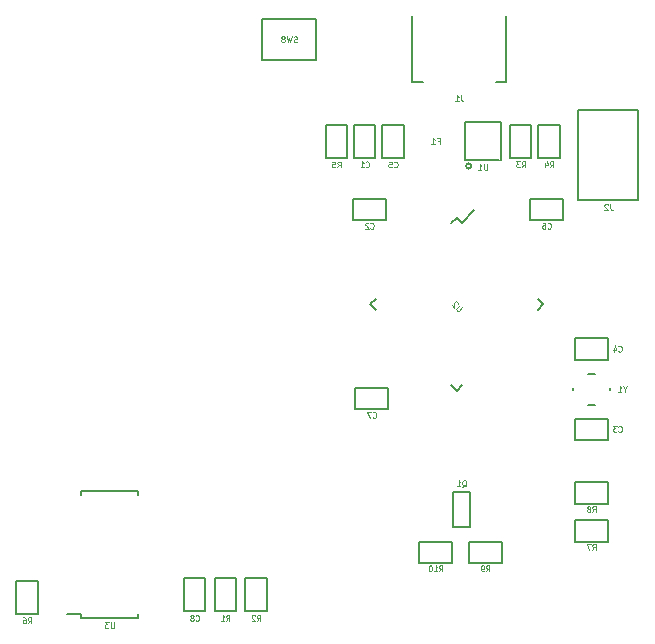
<source format=gbr>
G04 #@! TF.GenerationSoftware,KiCad,Pcbnew,(5.1.0)-1*
G04 #@! TF.CreationDate,2019-05-21T18:44:38+09:00*
G04 #@! TF.ProjectId,sunmeishi,73756e6d-6569-4736-9869-2e6b69636164,rev?*
G04 #@! TF.SameCoordinates,Original*
G04 #@! TF.FileFunction,Legend,Bot*
G04 #@! TF.FilePolarity,Positive*
%FSLAX46Y46*%
G04 Gerber Fmt 4.6, Leading zero omitted, Abs format (unit mm)*
G04 Created by KiCad (PCBNEW (5.1.0)-1) date 2019-05-21 18:44:38*
%MOMM*%
%LPD*%
G04 APERTURE LIST*
%ADD10C,0.150000*%
%ADD11C,0.127000*%
%ADD12C,0.100000*%
%ADD13C,0.114300*%
G04 APERTURE END LIST*
D10*
X171000000Y-75600000D02*
X171000000Y-70000000D01*
X171900000Y-75600000D02*
X171000000Y-75600000D01*
X179000000Y-75600000D02*
X179000000Y-70000000D01*
X179000000Y-75600000D02*
X178100000Y-75600000D01*
D11*
X174498960Y-110298860D02*
X174498960Y-113301140D01*
X174498960Y-113301140D02*
X175901040Y-113301140D01*
X175901040Y-113301140D02*
X175901040Y-110298860D01*
X175901040Y-110298860D02*
X174498960Y-110298860D01*
X183499160Y-81999540D02*
X181700840Y-81999540D01*
X181700840Y-81999540D02*
X181700840Y-79200460D01*
X181700840Y-79200460D02*
X183499160Y-79200460D01*
X183499160Y-79200460D02*
X183499160Y-81999540D01*
D10*
X158300000Y-73700000D02*
X162900000Y-73700000D01*
X162900000Y-73700000D02*
X162900000Y-70300000D01*
X162900000Y-70300000D02*
X158300000Y-70300000D01*
X158300000Y-70300000D02*
X158300000Y-73700000D01*
X190170000Y-77990000D02*
X185090000Y-77990000D01*
X185090000Y-77990000D02*
X185090000Y-85610000D01*
X185090000Y-85610000D02*
X190170000Y-85610000D01*
X190170000Y-85610000D02*
X190170000Y-77990000D01*
D11*
X166100840Y-81999540D02*
X166100840Y-79200460D01*
X167899160Y-81999540D02*
X166100840Y-81999540D01*
X167899160Y-79200460D02*
X167899160Y-81999540D01*
X166100840Y-79200460D02*
X167899160Y-79200460D01*
X166000460Y-85500840D02*
X168799540Y-85500840D01*
X166000460Y-87299160D02*
X166000460Y-85500840D01*
X168799540Y-87299160D02*
X166000460Y-87299160D01*
X168799540Y-85500840D02*
X168799540Y-87299160D01*
X184800460Y-104100840D02*
X187599540Y-104100840D01*
X184800460Y-105899160D02*
X184800460Y-104100840D01*
X187599540Y-105899160D02*
X184800460Y-105899160D01*
X187599540Y-104100840D02*
X187599540Y-105899160D01*
X184800460Y-99099160D02*
X184800460Y-97300840D01*
X184800460Y-97300840D02*
X187599540Y-97300840D01*
X187599540Y-97300840D02*
X187599540Y-99099160D01*
X187599540Y-99099160D02*
X184800460Y-99099160D01*
X168500840Y-79200460D02*
X170299160Y-79200460D01*
X170299160Y-79200460D02*
X170299160Y-81999540D01*
X170299160Y-81999540D02*
X168500840Y-81999540D01*
X168500840Y-81999540D02*
X168500840Y-79200460D01*
X183799540Y-85500840D02*
X183799540Y-87299160D01*
X183799540Y-87299160D02*
X181000460Y-87299160D01*
X181000460Y-87299160D02*
X181000460Y-85500840D01*
X181000460Y-85500840D02*
X183799540Y-85500840D01*
X166200460Y-101500840D02*
X168999540Y-101500840D01*
X166200460Y-103299160D02*
X166200460Y-101500840D01*
X168999540Y-103299160D02*
X166200460Y-103299160D01*
X168999540Y-101500840D02*
X168999540Y-103299160D01*
X153499160Y-120399540D02*
X151700840Y-120399540D01*
X151700840Y-120399540D02*
X151700840Y-117600460D01*
X151700840Y-117600460D02*
X153499160Y-117600460D01*
X153499160Y-117600460D02*
X153499160Y-120399540D01*
X156099160Y-120399540D02*
X154300840Y-120399540D01*
X154300840Y-120399540D02*
X154300840Y-117600460D01*
X154300840Y-117600460D02*
X156099160Y-117600460D01*
X156099160Y-117600460D02*
X156099160Y-120399540D01*
X158699160Y-117600460D02*
X158699160Y-120399540D01*
X156900840Y-117600460D02*
X158699160Y-117600460D01*
X156900840Y-120399540D02*
X156900840Y-117600460D01*
X158699160Y-120399540D02*
X156900840Y-120399540D01*
X181099160Y-81999540D02*
X179300840Y-81999540D01*
X179300840Y-81999540D02*
X179300840Y-79200460D01*
X179300840Y-79200460D02*
X181099160Y-79200460D01*
X181099160Y-79200460D02*
X181099160Y-81999540D01*
X163700840Y-79200460D02*
X165499160Y-79200460D01*
X165499160Y-79200460D02*
X165499160Y-81999540D01*
X165499160Y-81999540D02*
X163700840Y-81999540D01*
X163700840Y-81999540D02*
X163700840Y-79200460D01*
X137500840Y-120599540D02*
X137500840Y-117800460D01*
X139299160Y-120599540D02*
X137500840Y-120599540D01*
X139299160Y-117800460D02*
X139299160Y-120599540D01*
X137500840Y-117800460D02*
X139299160Y-117800460D01*
X184800460Y-112700840D02*
X187599540Y-112700840D01*
X184800460Y-114499160D02*
X184800460Y-112700840D01*
X187599540Y-114499160D02*
X184800460Y-114499160D01*
X187599540Y-112700840D02*
X187599540Y-114499160D01*
X184800460Y-109500840D02*
X187599540Y-109500840D01*
X184800460Y-111299160D02*
X184800460Y-109500840D01*
X187599540Y-111299160D02*
X184800460Y-111299160D01*
X187599540Y-109500840D02*
X187599540Y-111299160D01*
D10*
X176023607Y-82700000D02*
G75*
G03X176023607Y-82700000I-223607J0D01*
G01*
X178500000Y-82200000D02*
X178500000Y-79000000D01*
X178500000Y-79000000D02*
X175500000Y-79000000D01*
X175500000Y-79000000D02*
X175500000Y-82200000D01*
X175500000Y-82200000D02*
X178400000Y-82200000D01*
X174800000Y-87081445D02*
X175224264Y-87505709D01*
X167481445Y-94400000D02*
X167955206Y-94873762D01*
X174800000Y-101718555D02*
X174326238Y-101244794D01*
X182118555Y-94400000D02*
X181644794Y-93926238D01*
X174800000Y-87081445D02*
X174326238Y-87555206D01*
X182118555Y-94400000D02*
X181644794Y-94873762D01*
X174800000Y-101718555D02*
X175273762Y-101244794D01*
X167481445Y-94400000D02*
X167955206Y-93926238D01*
X175224264Y-87505709D02*
X176267247Y-86462726D01*
X143000000Y-110200000D02*
X143000000Y-110600000D01*
X147800000Y-110600000D02*
X147800000Y-110200000D01*
X147800000Y-110200000D02*
X143000000Y-110200000D01*
X147800000Y-120600000D02*
X147800000Y-120800000D01*
X147800000Y-120800000D02*
X147800000Y-121000000D01*
X147800000Y-121000000D02*
X143000000Y-121000000D01*
X143000000Y-121000000D02*
X143000000Y-120600000D01*
X143000000Y-120600000D02*
X141800000Y-120600000D01*
X184600000Y-101500000D02*
X184600000Y-101700000D01*
X187800000Y-101500000D02*
X187800000Y-101700000D01*
X186500000Y-102900000D02*
X185900000Y-102900000D01*
X186500000Y-100300000D02*
X185900000Y-100300000D01*
D11*
X175800460Y-114500840D02*
X178599540Y-114500840D01*
X175800460Y-116299160D02*
X175800460Y-114500840D01*
X178599540Y-116299160D02*
X175800460Y-116299160D01*
X178599540Y-114500840D02*
X178599540Y-116299160D01*
X171600460Y-116299160D02*
X171600460Y-114500840D01*
X171600460Y-114500840D02*
X174399540Y-114500840D01*
X174399540Y-114500840D02*
X174399540Y-116299160D01*
X174399540Y-116299160D02*
X171600460Y-116299160D01*
D12*
X175166666Y-76726190D02*
X175166666Y-77083333D01*
X175190476Y-77154761D01*
X175238095Y-77202380D01*
X175309523Y-77226190D01*
X175357142Y-77226190D01*
X174666666Y-77226190D02*
X174952380Y-77226190D01*
X174809523Y-77226190D02*
X174809523Y-76726190D01*
X174857142Y-76797619D01*
X174904761Y-76845238D01*
X174952380Y-76869047D01*
X175247619Y-109873809D02*
X175295238Y-109850000D01*
X175342857Y-109802380D01*
X175414285Y-109730952D01*
X175461904Y-109707142D01*
X175509523Y-109707142D01*
X175485714Y-109826190D02*
X175533333Y-109802380D01*
X175580952Y-109754761D01*
X175604761Y-109659523D01*
X175604761Y-109492857D01*
X175580952Y-109397619D01*
X175533333Y-109350000D01*
X175485714Y-109326190D01*
X175390476Y-109326190D01*
X175342857Y-109350000D01*
X175295238Y-109397619D01*
X175271428Y-109492857D01*
X175271428Y-109659523D01*
X175295238Y-109754761D01*
X175342857Y-109802380D01*
X175390476Y-109826190D01*
X175485714Y-109826190D01*
X174795238Y-109826190D02*
X175080952Y-109826190D01*
X174938095Y-109826190D02*
X174938095Y-109326190D01*
X174985714Y-109397619D01*
X175033333Y-109445238D01*
X175080952Y-109469047D01*
D13*
X182676200Y-82829809D02*
X182828600Y-82587904D01*
X182937457Y-82829809D02*
X182937457Y-82321809D01*
X182763285Y-82321809D01*
X182719742Y-82346000D01*
X182697971Y-82370190D01*
X182676200Y-82418571D01*
X182676200Y-82491142D01*
X182697971Y-82539523D01*
X182719742Y-82563714D01*
X182763285Y-82587904D01*
X182937457Y-82587904D01*
X182284314Y-82491142D02*
X182284314Y-82829809D01*
X182393171Y-82297619D02*
X182502028Y-82660476D01*
X182219000Y-82660476D01*
D12*
X161266666Y-72202380D02*
X161195238Y-72226190D01*
X161076190Y-72226190D01*
X161028571Y-72202380D01*
X161004761Y-72178571D01*
X160980952Y-72130952D01*
X160980952Y-72083333D01*
X161004761Y-72035714D01*
X161028571Y-72011904D01*
X161076190Y-71988095D01*
X161171428Y-71964285D01*
X161219047Y-71940476D01*
X161242857Y-71916666D01*
X161266666Y-71869047D01*
X161266666Y-71821428D01*
X161242857Y-71773809D01*
X161219047Y-71750000D01*
X161171428Y-71726190D01*
X161052380Y-71726190D01*
X160980952Y-71750000D01*
X160814285Y-71726190D02*
X160695238Y-72226190D01*
X160600000Y-71869047D01*
X160504761Y-72226190D01*
X160385714Y-71726190D01*
X160123809Y-71940476D02*
X160171428Y-71916666D01*
X160195238Y-71892857D01*
X160219047Y-71845238D01*
X160219047Y-71821428D01*
X160195238Y-71773809D01*
X160171428Y-71750000D01*
X160123809Y-71726190D01*
X160028571Y-71726190D01*
X159980952Y-71750000D01*
X159957142Y-71773809D01*
X159933333Y-71821428D01*
X159933333Y-71845238D01*
X159957142Y-71892857D01*
X159980952Y-71916666D01*
X160028571Y-71940476D01*
X160123809Y-71940476D01*
X160171428Y-71964285D01*
X160195238Y-71988095D01*
X160219047Y-72035714D01*
X160219047Y-72130952D01*
X160195238Y-72178571D01*
X160171428Y-72202380D01*
X160123809Y-72226190D01*
X160028571Y-72226190D01*
X159980952Y-72202380D01*
X159957142Y-72178571D01*
X159933333Y-72130952D01*
X159933333Y-72035714D01*
X159957142Y-71988095D01*
X159980952Y-71964285D01*
X160028571Y-71940476D01*
X187796666Y-85926190D02*
X187796666Y-86283333D01*
X187820476Y-86354761D01*
X187868095Y-86402380D01*
X187939523Y-86426190D01*
X187987142Y-86426190D01*
X187582380Y-85973809D02*
X187558571Y-85950000D01*
X187510952Y-85926190D01*
X187391904Y-85926190D01*
X187344285Y-85950000D01*
X187320476Y-85973809D01*
X187296666Y-86021428D01*
X187296666Y-86069047D01*
X187320476Y-86140476D01*
X187606190Y-86426190D01*
X187296666Y-86426190D01*
D13*
X167076200Y-82781428D02*
X167097971Y-82805619D01*
X167163285Y-82829809D01*
X167206828Y-82829809D01*
X167272142Y-82805619D01*
X167315685Y-82757238D01*
X167337457Y-82708857D01*
X167359228Y-82612095D01*
X167359228Y-82539523D01*
X167337457Y-82442761D01*
X167315685Y-82394380D01*
X167272142Y-82346000D01*
X167206828Y-82321809D01*
X167163285Y-82321809D01*
X167097971Y-82346000D01*
X167076200Y-82370190D01*
X166640771Y-82829809D02*
X166902028Y-82829809D01*
X166771400Y-82829809D02*
X166771400Y-82321809D01*
X166814942Y-82394380D01*
X166858485Y-82442761D01*
X166902028Y-82466952D01*
X167476200Y-87980968D02*
X167497971Y-88005159D01*
X167563285Y-88029349D01*
X167606828Y-88029349D01*
X167672142Y-88005159D01*
X167715685Y-87956778D01*
X167737457Y-87908397D01*
X167759228Y-87811635D01*
X167759228Y-87739063D01*
X167737457Y-87642301D01*
X167715685Y-87593920D01*
X167672142Y-87545540D01*
X167606828Y-87521349D01*
X167563285Y-87521349D01*
X167497971Y-87545540D01*
X167476200Y-87569730D01*
X167302028Y-87569730D02*
X167280257Y-87545540D01*
X167236714Y-87521349D01*
X167127857Y-87521349D01*
X167084314Y-87545540D01*
X167062542Y-87569730D01*
X167040771Y-87618111D01*
X167040771Y-87666492D01*
X167062542Y-87739063D01*
X167323800Y-88029349D01*
X167040771Y-88029349D01*
X188476200Y-105181428D02*
X188497971Y-105205619D01*
X188563285Y-105229809D01*
X188606828Y-105229809D01*
X188672142Y-105205619D01*
X188715685Y-105157238D01*
X188737457Y-105108857D01*
X188759228Y-105012095D01*
X188759228Y-104939523D01*
X188737457Y-104842761D01*
X188715685Y-104794380D01*
X188672142Y-104746000D01*
X188606828Y-104721809D01*
X188563285Y-104721809D01*
X188497971Y-104746000D01*
X188476200Y-104770190D01*
X188323800Y-104721809D02*
X188040771Y-104721809D01*
X188193171Y-104915333D01*
X188127857Y-104915333D01*
X188084314Y-104939523D01*
X188062542Y-104963714D01*
X188040771Y-105012095D01*
X188040771Y-105133047D01*
X188062542Y-105181428D01*
X188084314Y-105205619D01*
X188127857Y-105229809D01*
X188258485Y-105229809D01*
X188302028Y-105205619D01*
X188323800Y-105181428D01*
X188476200Y-98381428D02*
X188497971Y-98405619D01*
X188563285Y-98429809D01*
X188606828Y-98429809D01*
X188672142Y-98405619D01*
X188715685Y-98357238D01*
X188737457Y-98308857D01*
X188759228Y-98212095D01*
X188759228Y-98139523D01*
X188737457Y-98042761D01*
X188715685Y-97994380D01*
X188672142Y-97946000D01*
X188606828Y-97921809D01*
X188563285Y-97921809D01*
X188497971Y-97946000D01*
X188476200Y-97970190D01*
X188084314Y-98091142D02*
X188084314Y-98429809D01*
X188193171Y-97897619D02*
X188302028Y-98260476D01*
X188019000Y-98260476D01*
D12*
X169483333Y-82778571D02*
X169507142Y-82802380D01*
X169578571Y-82826190D01*
X169626190Y-82826190D01*
X169697619Y-82802380D01*
X169745238Y-82754761D01*
X169769047Y-82707142D01*
X169792857Y-82611904D01*
X169792857Y-82540476D01*
X169769047Y-82445238D01*
X169745238Y-82397619D01*
X169697619Y-82350000D01*
X169626190Y-82326190D01*
X169578571Y-82326190D01*
X169507142Y-82350000D01*
X169483333Y-82373809D01*
X169030952Y-82326190D02*
X169269047Y-82326190D01*
X169292857Y-82564285D01*
X169269047Y-82540476D01*
X169221428Y-82516666D01*
X169102380Y-82516666D01*
X169054761Y-82540476D01*
X169030952Y-82564285D01*
X169007142Y-82611904D01*
X169007142Y-82730952D01*
X169030952Y-82778571D01*
X169054761Y-82802380D01*
X169102380Y-82826190D01*
X169221428Y-82826190D01*
X169269047Y-82802380D01*
X169292857Y-82778571D01*
D13*
X182476200Y-87981428D02*
X182497971Y-88005619D01*
X182563285Y-88029809D01*
X182606828Y-88029809D01*
X182672142Y-88005619D01*
X182715685Y-87957238D01*
X182737457Y-87908857D01*
X182759228Y-87812095D01*
X182759228Y-87739523D01*
X182737457Y-87642761D01*
X182715685Y-87594380D01*
X182672142Y-87546000D01*
X182606828Y-87521809D01*
X182563285Y-87521809D01*
X182497971Y-87546000D01*
X182476200Y-87570190D01*
X182084314Y-87521809D02*
X182171400Y-87521809D01*
X182214942Y-87546000D01*
X182236714Y-87570190D01*
X182280257Y-87642761D01*
X182302028Y-87739523D01*
X182302028Y-87933047D01*
X182280257Y-87981428D01*
X182258485Y-88005619D01*
X182214942Y-88029809D01*
X182127857Y-88029809D01*
X182084314Y-88005619D01*
X182062542Y-87981428D01*
X182040771Y-87933047D01*
X182040771Y-87812095D01*
X182062542Y-87763714D01*
X182084314Y-87739523D01*
X182127857Y-87715333D01*
X182214942Y-87715333D01*
X182258485Y-87739523D01*
X182280257Y-87763714D01*
X182302028Y-87812095D01*
X167676200Y-103981428D02*
X167697971Y-104005619D01*
X167763285Y-104029809D01*
X167806828Y-104029809D01*
X167872142Y-104005619D01*
X167915685Y-103957238D01*
X167937457Y-103908857D01*
X167959228Y-103812095D01*
X167959228Y-103739523D01*
X167937457Y-103642761D01*
X167915685Y-103594380D01*
X167872142Y-103546000D01*
X167806828Y-103521809D01*
X167763285Y-103521809D01*
X167697971Y-103546000D01*
X167676200Y-103570190D01*
X167523800Y-103521809D02*
X167219000Y-103521809D01*
X167414942Y-104029809D01*
X152676200Y-121181428D02*
X152697971Y-121205619D01*
X152763285Y-121229809D01*
X152806828Y-121229809D01*
X152872142Y-121205619D01*
X152915685Y-121157238D01*
X152937457Y-121108857D01*
X152959228Y-121012095D01*
X152959228Y-120939523D01*
X152937457Y-120842761D01*
X152915685Y-120794380D01*
X152872142Y-120746000D01*
X152806828Y-120721809D01*
X152763285Y-120721809D01*
X152697971Y-120746000D01*
X152676200Y-120770190D01*
X152414942Y-120939523D02*
X152458485Y-120915333D01*
X152480257Y-120891142D01*
X152502028Y-120842761D01*
X152502028Y-120818571D01*
X152480257Y-120770190D01*
X152458485Y-120746000D01*
X152414942Y-120721809D01*
X152327857Y-120721809D01*
X152284314Y-120746000D01*
X152262542Y-120770190D01*
X152240771Y-120818571D01*
X152240771Y-120842761D01*
X152262542Y-120891142D01*
X152284314Y-120915333D01*
X152327857Y-120939523D01*
X152414942Y-120939523D01*
X152458485Y-120963714D01*
X152480257Y-120987904D01*
X152502028Y-121036285D01*
X152502028Y-121133047D01*
X152480257Y-121181428D01*
X152458485Y-121205619D01*
X152414942Y-121229809D01*
X152327857Y-121229809D01*
X152284314Y-121205619D01*
X152262542Y-121181428D01*
X152240771Y-121133047D01*
X152240771Y-121036285D01*
X152262542Y-120987904D01*
X152284314Y-120963714D01*
X152327857Y-120939523D01*
D12*
X173166666Y-80564285D02*
X173333333Y-80564285D01*
X173333333Y-80826190D02*
X173333333Y-80326190D01*
X173095238Y-80326190D01*
X172642857Y-80826190D02*
X172928571Y-80826190D01*
X172785714Y-80826190D02*
X172785714Y-80326190D01*
X172833333Y-80397619D01*
X172880952Y-80445238D01*
X172928571Y-80469047D01*
D13*
X155276200Y-121229809D02*
X155428600Y-120987904D01*
X155537457Y-121229809D02*
X155537457Y-120721809D01*
X155363285Y-120721809D01*
X155319742Y-120746000D01*
X155297971Y-120770190D01*
X155276200Y-120818571D01*
X155276200Y-120891142D01*
X155297971Y-120939523D01*
X155319742Y-120963714D01*
X155363285Y-120987904D01*
X155537457Y-120987904D01*
X154840771Y-121229809D02*
X155102028Y-121229809D01*
X154971400Y-121229809D02*
X154971400Y-120721809D01*
X155014942Y-120794380D01*
X155058485Y-120842761D01*
X155102028Y-120866952D01*
X157876200Y-121229809D02*
X158028600Y-120987904D01*
X158137457Y-121229809D02*
X158137457Y-120721809D01*
X157963285Y-120721809D01*
X157919742Y-120746000D01*
X157897971Y-120770190D01*
X157876200Y-120818571D01*
X157876200Y-120891142D01*
X157897971Y-120939523D01*
X157919742Y-120963714D01*
X157963285Y-120987904D01*
X158137457Y-120987904D01*
X157702028Y-120770190D02*
X157680257Y-120746000D01*
X157636714Y-120721809D01*
X157527857Y-120721809D01*
X157484314Y-120746000D01*
X157462542Y-120770190D01*
X157440771Y-120818571D01*
X157440771Y-120866952D01*
X157462542Y-120939523D01*
X157723800Y-121229809D01*
X157440771Y-121229809D01*
X180276200Y-82829809D02*
X180428600Y-82587904D01*
X180537457Y-82829809D02*
X180537457Y-82321809D01*
X180363285Y-82321809D01*
X180319742Y-82346000D01*
X180297971Y-82370190D01*
X180276200Y-82418571D01*
X180276200Y-82491142D01*
X180297971Y-82539523D01*
X180319742Y-82563714D01*
X180363285Y-82587904D01*
X180537457Y-82587904D01*
X180123800Y-82321809D02*
X179840771Y-82321809D01*
X179993171Y-82515333D01*
X179927857Y-82515333D01*
X179884314Y-82539523D01*
X179862542Y-82563714D01*
X179840771Y-82612095D01*
X179840771Y-82733047D01*
X179862542Y-82781428D01*
X179884314Y-82805619D01*
X179927857Y-82829809D01*
X180058485Y-82829809D01*
X180102028Y-82805619D01*
X180123800Y-82781428D01*
X164683333Y-82826190D02*
X164850000Y-82588095D01*
X164969047Y-82826190D02*
X164969047Y-82326190D01*
X164778571Y-82326190D01*
X164730952Y-82350000D01*
X164707142Y-82373809D01*
X164683333Y-82421428D01*
X164683333Y-82492857D01*
X164707142Y-82540476D01*
X164730952Y-82564285D01*
X164778571Y-82588095D01*
X164969047Y-82588095D01*
X164230952Y-82326190D02*
X164469047Y-82326190D01*
X164492857Y-82564285D01*
X164469047Y-82540476D01*
X164421428Y-82516666D01*
X164302380Y-82516666D01*
X164254761Y-82540476D01*
X164230952Y-82564285D01*
X164207142Y-82611904D01*
X164207142Y-82730952D01*
X164230952Y-82778571D01*
X164254761Y-82802380D01*
X164302380Y-82826190D01*
X164421428Y-82826190D01*
X164469047Y-82802380D01*
X164492857Y-82778571D01*
X138476200Y-121429809D02*
X138628600Y-121187904D01*
X138737457Y-121429809D02*
X138737457Y-120921809D01*
X138563285Y-120921809D01*
X138519742Y-120946000D01*
X138497971Y-120970190D01*
X138476200Y-121018571D01*
X138476200Y-121091142D01*
X138497971Y-121139523D01*
X138519742Y-121163714D01*
X138563285Y-121187904D01*
X138737457Y-121187904D01*
X138084314Y-120921809D02*
X138171400Y-120921809D01*
X138214942Y-120946000D01*
X138236714Y-120970190D01*
X138280257Y-121042761D01*
X138302028Y-121139523D01*
X138302028Y-121333047D01*
X138280257Y-121381428D01*
X138258485Y-121405619D01*
X138214942Y-121429809D01*
X138127857Y-121429809D01*
X138084314Y-121405619D01*
X138062542Y-121381428D01*
X138040771Y-121333047D01*
X138040771Y-121212095D01*
X138062542Y-121163714D01*
X138084314Y-121139523D01*
X138127857Y-121115333D01*
X138214942Y-121115333D01*
X138258485Y-121139523D01*
X138280257Y-121163714D01*
X138302028Y-121212095D01*
X186276200Y-115229349D02*
X186428600Y-114987444D01*
X186537457Y-115229349D02*
X186537457Y-114721349D01*
X186363285Y-114721349D01*
X186319742Y-114745540D01*
X186297971Y-114769730D01*
X186276200Y-114818111D01*
X186276200Y-114890682D01*
X186297971Y-114939063D01*
X186319742Y-114963254D01*
X186363285Y-114987444D01*
X186537457Y-114987444D01*
X186123800Y-114721349D02*
X185819000Y-114721349D01*
X186014942Y-115229349D01*
X186276200Y-112029349D02*
X186428600Y-111787444D01*
X186537457Y-112029349D02*
X186537457Y-111521349D01*
X186363285Y-111521349D01*
X186319742Y-111545540D01*
X186297971Y-111569730D01*
X186276200Y-111618111D01*
X186276200Y-111690682D01*
X186297971Y-111739063D01*
X186319742Y-111763254D01*
X186363285Y-111787444D01*
X186537457Y-111787444D01*
X186014942Y-111739063D02*
X186058485Y-111714873D01*
X186080257Y-111690682D01*
X186102028Y-111642301D01*
X186102028Y-111618111D01*
X186080257Y-111569730D01*
X186058485Y-111545540D01*
X186014942Y-111521349D01*
X185927857Y-111521349D01*
X185884314Y-111545540D01*
X185862542Y-111569730D01*
X185840771Y-111618111D01*
X185840771Y-111642301D01*
X185862542Y-111690682D01*
X185884314Y-111714873D01*
X185927857Y-111739063D01*
X186014942Y-111739063D01*
X186058485Y-111763254D01*
X186080257Y-111787444D01*
X186102028Y-111835825D01*
X186102028Y-111932587D01*
X186080257Y-111980968D01*
X186058485Y-112005159D01*
X186014942Y-112029349D01*
X185927857Y-112029349D01*
X185884314Y-112005159D01*
X185862542Y-111980968D01*
X185840771Y-111932587D01*
X185840771Y-111835825D01*
X185862542Y-111787444D01*
X185884314Y-111763254D01*
X185927857Y-111739063D01*
D12*
X177380952Y-82526190D02*
X177380952Y-82930952D01*
X177357142Y-82978571D01*
X177333333Y-83002380D01*
X177285714Y-83026190D01*
X177190476Y-83026190D01*
X177142857Y-83002380D01*
X177119047Y-82978571D01*
X177095238Y-82930952D01*
X177095238Y-82526190D01*
X176595238Y-83026190D02*
X176880952Y-83026190D01*
X176738095Y-83026190D02*
X176738095Y-82526190D01*
X176785714Y-82597619D01*
X176833333Y-82645238D01*
X176880952Y-82669047D01*
X175262986Y-94675760D02*
X174976776Y-94961970D01*
X174926269Y-94978806D01*
X174892597Y-94978806D01*
X174842089Y-94961970D01*
X174774746Y-94894626D01*
X174757910Y-94844119D01*
X174757910Y-94810447D01*
X174774746Y-94759939D01*
X175060956Y-94473729D01*
X174875761Y-94355878D02*
X174875761Y-94322207D01*
X174858925Y-94271699D01*
X174774746Y-94187520D01*
X174724238Y-94170684D01*
X174690566Y-94170684D01*
X174640059Y-94187520D01*
X174606387Y-94221191D01*
X174572715Y-94288535D01*
X174572715Y-94692596D01*
X174353849Y-94473729D01*
X145780952Y-121326190D02*
X145780952Y-121730952D01*
X145757142Y-121778571D01*
X145733333Y-121802380D01*
X145685714Y-121826190D01*
X145590476Y-121826190D01*
X145542857Y-121802380D01*
X145519047Y-121778571D01*
X145495238Y-121730952D01*
X145495238Y-121326190D01*
X145304761Y-121326190D02*
X144995238Y-121326190D01*
X145161904Y-121516666D01*
X145090476Y-121516666D01*
X145042857Y-121540476D01*
X145019047Y-121564285D01*
X144995238Y-121611904D01*
X144995238Y-121730952D01*
X145019047Y-121778571D01*
X145042857Y-121802380D01*
X145090476Y-121826190D01*
X145233333Y-121826190D01*
X145280952Y-121802380D01*
X145304761Y-121778571D01*
X189038095Y-101588095D02*
X189038095Y-101826190D01*
X189204761Y-101326190D02*
X189038095Y-101588095D01*
X188871428Y-101326190D01*
X188442857Y-101826190D02*
X188728571Y-101826190D01*
X188585714Y-101826190D02*
X188585714Y-101326190D01*
X188633333Y-101397619D01*
X188680952Y-101445238D01*
X188728571Y-101469047D01*
D13*
X177276200Y-117029349D02*
X177428600Y-116787444D01*
X177537457Y-117029349D02*
X177537457Y-116521349D01*
X177363285Y-116521349D01*
X177319742Y-116545540D01*
X177297971Y-116569730D01*
X177276200Y-116618111D01*
X177276200Y-116690682D01*
X177297971Y-116739063D01*
X177319742Y-116763254D01*
X177363285Y-116787444D01*
X177537457Y-116787444D01*
X177058485Y-117029349D02*
X176971400Y-117029349D01*
X176927857Y-117005159D01*
X176906085Y-116980968D01*
X176862542Y-116908397D01*
X176840771Y-116811635D01*
X176840771Y-116618111D01*
X176862542Y-116569730D01*
X176884314Y-116545540D01*
X176927857Y-116521349D01*
X177014942Y-116521349D01*
X177058485Y-116545540D01*
X177080257Y-116569730D01*
X177102028Y-116618111D01*
X177102028Y-116739063D01*
X177080257Y-116787444D01*
X177058485Y-116811635D01*
X177014942Y-116835825D01*
X176927857Y-116835825D01*
X176884314Y-116811635D01*
X176862542Y-116787444D01*
X176840771Y-116739063D01*
X173293914Y-117029809D02*
X173446314Y-116787904D01*
X173555171Y-117029809D02*
X173555171Y-116521809D01*
X173381000Y-116521809D01*
X173337457Y-116546000D01*
X173315685Y-116570190D01*
X173293914Y-116618571D01*
X173293914Y-116691142D01*
X173315685Y-116739523D01*
X173337457Y-116763714D01*
X173381000Y-116787904D01*
X173555171Y-116787904D01*
X172858485Y-117029809D02*
X173119742Y-117029809D01*
X172989114Y-117029809D02*
X172989114Y-116521809D01*
X173032657Y-116594380D01*
X173076200Y-116642761D01*
X173119742Y-116666952D01*
X172575457Y-116521809D02*
X172531914Y-116521809D01*
X172488371Y-116546000D01*
X172466600Y-116570190D01*
X172444828Y-116618571D01*
X172423057Y-116715333D01*
X172423057Y-116836285D01*
X172444828Y-116933047D01*
X172466600Y-116981428D01*
X172488371Y-117005619D01*
X172531914Y-117029809D01*
X172575457Y-117029809D01*
X172619000Y-117005619D01*
X172640771Y-116981428D01*
X172662542Y-116933047D01*
X172684314Y-116836285D01*
X172684314Y-116715333D01*
X172662542Y-116618571D01*
X172640771Y-116570190D01*
X172619000Y-116546000D01*
X172575457Y-116521809D01*
M02*

</source>
